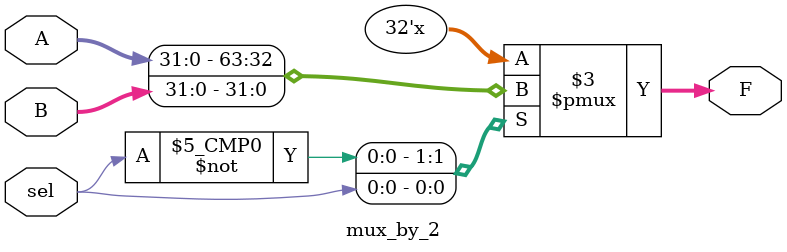
<source format=v>
`timescale 1ns / 1ps

module mux_by_2(F, sel, A, B);
    parameter N = 32;
    
    input               sel;
    input   [N-1 : 0]   A,  B;
    output  [N-1 : 0]   F; 
    
    reg     [N-1 : 0]   F;

    initial begin
        F = 0;
    end
    
    always @ (A, B, sel) begin
        case (sel)
            1'b0 : F = A;
            1'b1 : F = B;
            default : F = 0;
        endcase
    end
endmodule

</source>
